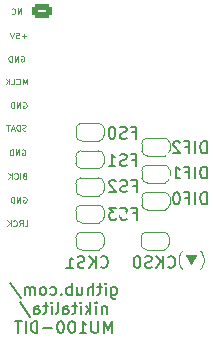
<source format=gbr>
%TF.GenerationSoftware,KiCad,Pcbnew,(6.0.1)*%
%TF.CreationDate,2022-07-06T13:38:45-07:00*%
%TF.ProjectId,mu100-dit,6d753130-302d-4646-9974-2e6b69636164,rev?*%
%TF.SameCoordinates,PX4a25ef0PY4c3f880*%
%TF.FileFunction,Legend,Bot*%
%TF.FilePolarity,Positive*%
%FSLAX46Y46*%
G04 Gerber Fmt 4.6, Leading zero omitted, Abs format (unit mm)*
G04 Created by KiCad (PCBNEW (6.0.1)) date 2022-07-06 13:38:45*
%MOMM*%
%LPD*%
G01*
G04 APERTURE LIST*
G04 Aperture macros list*
%AMRoundRect*
0 Rectangle with rounded corners*
0 $1 Rounding radius*
0 $2 $3 $4 $5 $6 $7 $8 $9 X,Y pos of 4 corners*
0 Add a 4 corners polygon primitive as box body*
4,1,4,$2,$3,$4,$5,$6,$7,$8,$9,$2,$3,0*
0 Add four circle primitives for the rounded corners*
1,1,$1+$1,$2,$3*
1,1,$1+$1,$4,$5*
1,1,$1+$1,$6,$7*
1,1,$1+$1,$8,$9*
0 Add four rect primitives between the rounded corners*
20,1,$1+$1,$2,$3,$4,$5,0*
20,1,$1+$1,$4,$5,$6,$7,0*
20,1,$1+$1,$6,$7,$8,$9,0*
20,1,$1+$1,$8,$9,$2,$3,0*%
%AMFreePoly0*
4,1,13,0.500000,-0.500000,0.000000,-0.500000,-0.095671,-0.480970,-0.176777,-0.426777,-0.230970,-0.345671,-0.250000,-0.250000,-0.250000,0.250000,-0.230970,0.345671,-0.176777,0.426777,-0.095671,0.480970,0.000000,0.500000,0.500000,0.500000,0.500000,-0.500000,0.500000,-0.500000,$1*%
G04 Aperture macros list end*
%ADD10C,0.125000*%
%ADD11C,0.150000*%
%ADD12C,0.100000*%
%ADD13C,0.120000*%
%ADD14RoundRect,0.250000X-0.625000X0.350000X-0.625000X-0.350000X0.625000X-0.350000X0.625000X0.350000X0*%
%ADD15O,1.750000X1.200000*%
%ADD16C,5.700000*%
%ADD17C,3.600000*%
%ADD18C,3.200000*%
%ADD19C,1.524000*%
%ADD20R,1.700000X1.700000*%
%ADD21O,1.700000X1.700000*%
%ADD22FreePoly0,0.000000*%
%ADD23FreePoly0,180.000000*%
%ADD24C,0.800000*%
%ADD25C,0.600000*%
G04 APERTURE END LIST*
D10*
X79260952Y-94372000D02*
X79308571Y-94348190D01*
X79380000Y-94348190D01*
X79451428Y-94372000D01*
X79499047Y-94419619D01*
X79522857Y-94467238D01*
X79546666Y-94562476D01*
X79546666Y-94633904D01*
X79522857Y-94729142D01*
X79499047Y-94776761D01*
X79451428Y-94824380D01*
X79380000Y-94848190D01*
X79332380Y-94848190D01*
X79260952Y-94824380D01*
X79237142Y-94800571D01*
X79237142Y-94633904D01*
X79332380Y-94633904D01*
X79022857Y-94848190D02*
X79022857Y-94348190D01*
X78737142Y-94848190D01*
X78737142Y-94348190D01*
X78499047Y-94848190D02*
X78499047Y-94348190D01*
X78380000Y-94348190D01*
X78308571Y-94372000D01*
X78260952Y-94419619D01*
X78237142Y-94467238D01*
X78213333Y-94562476D01*
X78213333Y-94633904D01*
X78237142Y-94729142D01*
X78260952Y-94776761D01*
X78308571Y-94824380D01*
X78380000Y-94848190D01*
X78499047Y-94848190D01*
X79460952Y-106302000D02*
X79508571Y-106278190D01*
X79580000Y-106278190D01*
X79651428Y-106302000D01*
X79699047Y-106349619D01*
X79722857Y-106397238D01*
X79746666Y-106492476D01*
X79746666Y-106563904D01*
X79722857Y-106659142D01*
X79699047Y-106706761D01*
X79651428Y-106754380D01*
X79580000Y-106778190D01*
X79532380Y-106778190D01*
X79460952Y-106754380D01*
X79437142Y-106730571D01*
X79437142Y-106563904D01*
X79532380Y-106563904D01*
X79222857Y-106778190D02*
X79222857Y-106278190D01*
X78937142Y-106778190D01*
X78937142Y-106278190D01*
X78699047Y-106778190D02*
X78699047Y-106278190D01*
X78580000Y-106278190D01*
X78508571Y-106302000D01*
X78460952Y-106349619D01*
X78437142Y-106397238D01*
X78413333Y-106492476D01*
X78413333Y-106563904D01*
X78437142Y-106659142D01*
X78460952Y-106706761D01*
X78508571Y-106754380D01*
X78580000Y-106778190D01*
X78699047Y-106778190D01*
X79575238Y-108778190D02*
X79813333Y-108778190D01*
X79813333Y-108278190D01*
X79122857Y-108778190D02*
X79289523Y-108540095D01*
X79408571Y-108778190D02*
X79408571Y-108278190D01*
X79218095Y-108278190D01*
X79170476Y-108302000D01*
X79146666Y-108325809D01*
X79122857Y-108373428D01*
X79122857Y-108444857D01*
X79146666Y-108492476D01*
X79170476Y-108516285D01*
X79218095Y-108540095D01*
X79408571Y-108540095D01*
X78622857Y-108730571D02*
X78646666Y-108754380D01*
X78718095Y-108778190D01*
X78765714Y-108778190D01*
X78837142Y-108754380D01*
X78884761Y-108706761D01*
X78908571Y-108659142D01*
X78932380Y-108563904D01*
X78932380Y-108492476D01*
X78908571Y-108397238D01*
X78884761Y-108349619D01*
X78837142Y-108302000D01*
X78765714Y-108278190D01*
X78718095Y-108278190D01*
X78646666Y-108302000D01*
X78622857Y-108325809D01*
X78408571Y-108778190D02*
X78408571Y-108278190D01*
X78122857Y-108778190D02*
X78337142Y-108492476D01*
X78122857Y-108278190D02*
X78408571Y-108563904D01*
D11*
X91722857Y-112209142D02*
X91770476Y-112256761D01*
X91913333Y-112304380D01*
X92008571Y-112304380D01*
X92151428Y-112256761D01*
X92246666Y-112161523D01*
X92294285Y-112066285D01*
X92341904Y-111875809D01*
X92341904Y-111732952D01*
X92294285Y-111542476D01*
X92246666Y-111447238D01*
X92151428Y-111352000D01*
X92008571Y-111304380D01*
X91913333Y-111304380D01*
X91770476Y-111352000D01*
X91722857Y-111399619D01*
X91294285Y-112304380D02*
X91294285Y-111304380D01*
X90722857Y-112304380D02*
X91151428Y-111732952D01*
X90722857Y-111304380D02*
X91294285Y-111875809D01*
X90341904Y-112256761D02*
X90199047Y-112304380D01*
X89960952Y-112304380D01*
X89865714Y-112256761D01*
X89818095Y-112209142D01*
X89770476Y-112113904D01*
X89770476Y-112018666D01*
X89818095Y-111923428D01*
X89865714Y-111875809D01*
X89960952Y-111828190D01*
X90151428Y-111780571D01*
X90246666Y-111732952D01*
X90294285Y-111685333D01*
X90341904Y-111590095D01*
X90341904Y-111494857D01*
X90294285Y-111399619D01*
X90246666Y-111352000D01*
X90151428Y-111304380D01*
X89913333Y-111304380D01*
X89770476Y-111352000D01*
X89151428Y-111304380D02*
X89056190Y-111304380D01*
X88960952Y-111352000D01*
X88913333Y-111399619D01*
X88865714Y-111494857D01*
X88818095Y-111685333D01*
X88818095Y-111923428D01*
X88865714Y-112113904D01*
X88913333Y-112209142D01*
X88960952Y-112256761D01*
X89056190Y-112304380D01*
X89151428Y-112304380D01*
X89246666Y-112256761D01*
X89294285Y-112209142D01*
X89341904Y-112113904D01*
X89389523Y-111923428D01*
X89389523Y-111685333D01*
X89341904Y-111494857D01*
X89294285Y-111399619D01*
X89246666Y-111352000D01*
X89151428Y-111304380D01*
D12*
X94441904Y-112385333D02*
X94489523Y-112337714D01*
X94584761Y-112194857D01*
X94632380Y-112099619D01*
X94680000Y-111956761D01*
X94727619Y-111718666D01*
X94727619Y-111528190D01*
X94680000Y-111290095D01*
X94632380Y-111147238D01*
X94584761Y-111052000D01*
X94489523Y-110909142D01*
X94441904Y-110861523D01*
X93299047Y-111290095D02*
X93299047Y-111242476D01*
X93346666Y-111385333D02*
X93346666Y-111242476D01*
X93394285Y-111480571D02*
X93394285Y-111242476D01*
X93441904Y-111575809D02*
X93441904Y-111242476D01*
X93489523Y-111623428D02*
X93489523Y-111242476D01*
X93537142Y-111718666D02*
X93537142Y-111242476D01*
X93584761Y-111813904D02*
X93584761Y-111242476D01*
X93632380Y-111909142D02*
X93632380Y-111242476D01*
X93680000Y-112004380D02*
X93680000Y-111242476D01*
X93727619Y-111909142D02*
X93727619Y-111242476D01*
X93775238Y-111813904D02*
X93775238Y-111242476D01*
X93822857Y-111718666D02*
X93822857Y-111242476D01*
X93870476Y-111623428D02*
X93870476Y-111242476D01*
X93918095Y-111575809D02*
X93918095Y-111242476D01*
X93965714Y-111480571D02*
X93965714Y-111242476D01*
X94013333Y-111385333D02*
X94013333Y-111242476D01*
X94060952Y-111242476D02*
X93680000Y-111956761D01*
X93299047Y-111242476D01*
X94060952Y-111290095D02*
X94060952Y-111242476D01*
X93680000Y-112004380D02*
X94108571Y-111242476D01*
X93251428Y-111242476D01*
X93680000Y-112004380D01*
X92918095Y-112385333D02*
X92870476Y-112337714D01*
X92775238Y-112194857D01*
X92727619Y-112099619D01*
X92680000Y-111956761D01*
X92632380Y-111718666D01*
X92632380Y-111528190D01*
X92680000Y-111290095D01*
X92727619Y-111147238D01*
X92775238Y-111052000D01*
X92870476Y-110909142D01*
X92918095Y-110861523D01*
D11*
X95004285Y-106904380D02*
X95004285Y-105904380D01*
X94766190Y-105904380D01*
X94623333Y-105952000D01*
X94528095Y-106047238D01*
X94480476Y-106142476D01*
X94432857Y-106332952D01*
X94432857Y-106475809D01*
X94480476Y-106666285D01*
X94528095Y-106761523D01*
X94623333Y-106856761D01*
X94766190Y-106904380D01*
X95004285Y-106904380D01*
X94004285Y-106904380D02*
X94004285Y-105904380D01*
X93194762Y-106380571D02*
X93528095Y-106380571D01*
X93528095Y-106904380D02*
X93528095Y-105904380D01*
X93051904Y-105904380D01*
X92480476Y-105904380D02*
X92385238Y-105904380D01*
X92290000Y-105952000D01*
X92242381Y-105999619D01*
X92194762Y-106094857D01*
X92147143Y-106285333D01*
X92147143Y-106523428D01*
X92194762Y-106713904D01*
X92242381Y-106809142D01*
X92290000Y-106856761D01*
X92385238Y-106904380D01*
X92480476Y-106904380D01*
X92575714Y-106856761D01*
X92623333Y-106809142D01*
X92670952Y-106713904D01*
X92718571Y-106523428D01*
X92718571Y-106285333D01*
X92670952Y-106094857D01*
X92623333Y-105999619D01*
X92575714Y-105952000D01*
X92480476Y-105904380D01*
X95004285Y-102599380D02*
X95004285Y-101599380D01*
X94766190Y-101599380D01*
X94623333Y-101647000D01*
X94528095Y-101742238D01*
X94480476Y-101837476D01*
X94432857Y-102027952D01*
X94432857Y-102170809D01*
X94480476Y-102361285D01*
X94528095Y-102456523D01*
X94623333Y-102551761D01*
X94766190Y-102599380D01*
X95004285Y-102599380D01*
X94004285Y-102599380D02*
X94004285Y-101599380D01*
X93194762Y-102075571D02*
X93528095Y-102075571D01*
X93528095Y-102599380D02*
X93528095Y-101599380D01*
X93051904Y-101599380D01*
X92718571Y-101694619D02*
X92670952Y-101647000D01*
X92575714Y-101599380D01*
X92337619Y-101599380D01*
X92242381Y-101647000D01*
X92194762Y-101694619D01*
X92147143Y-101789857D01*
X92147143Y-101885095D01*
X92194762Y-102027952D01*
X92766190Y-102599380D01*
X92147143Y-102599380D01*
D10*
X79749047Y-96778190D02*
X79749047Y-96278190D01*
X79582380Y-96635333D01*
X79415714Y-96278190D01*
X79415714Y-96778190D01*
X78891904Y-96730571D02*
X78915714Y-96754380D01*
X78987142Y-96778190D01*
X79034761Y-96778190D01*
X79106190Y-96754380D01*
X79153809Y-96706761D01*
X79177619Y-96659142D01*
X79201428Y-96563904D01*
X79201428Y-96492476D01*
X79177619Y-96397238D01*
X79153809Y-96349619D01*
X79106190Y-96302000D01*
X79034761Y-96278190D01*
X78987142Y-96278190D01*
X78915714Y-96302000D01*
X78891904Y-96325809D01*
X78439523Y-96778190D02*
X78677619Y-96778190D01*
X78677619Y-96278190D01*
X78272857Y-96778190D02*
X78272857Y-96278190D01*
X77987142Y-96778190D02*
X78201428Y-96492476D01*
X77987142Y-96278190D02*
X78272857Y-96563904D01*
X79563333Y-104516285D02*
X79491904Y-104540095D01*
X79468095Y-104563904D01*
X79444285Y-104611523D01*
X79444285Y-104682952D01*
X79468095Y-104730571D01*
X79491904Y-104754380D01*
X79539523Y-104778190D01*
X79730000Y-104778190D01*
X79730000Y-104278190D01*
X79563333Y-104278190D01*
X79515714Y-104302000D01*
X79491904Y-104325809D01*
X79468095Y-104373428D01*
X79468095Y-104421047D01*
X79491904Y-104468666D01*
X79515714Y-104492476D01*
X79563333Y-104516285D01*
X79730000Y-104516285D01*
X79230000Y-104778190D02*
X79230000Y-104278190D01*
X78706190Y-104730571D02*
X78730000Y-104754380D01*
X78801428Y-104778190D01*
X78849047Y-104778190D01*
X78920476Y-104754380D01*
X78968095Y-104706761D01*
X78991904Y-104659142D01*
X79015714Y-104563904D01*
X79015714Y-104492476D01*
X78991904Y-104397238D01*
X78968095Y-104349619D01*
X78920476Y-104302000D01*
X78849047Y-104278190D01*
X78801428Y-104278190D01*
X78730000Y-104302000D01*
X78706190Y-104325809D01*
X78491904Y-104778190D02*
X78491904Y-104278190D01*
X78206190Y-104778190D02*
X78420476Y-104492476D01*
X78206190Y-104278190D02*
X78491904Y-104563904D01*
X79360952Y-102302000D02*
X79408571Y-102278190D01*
X79480000Y-102278190D01*
X79551428Y-102302000D01*
X79599047Y-102349619D01*
X79622857Y-102397238D01*
X79646666Y-102492476D01*
X79646666Y-102563904D01*
X79622857Y-102659142D01*
X79599047Y-102706761D01*
X79551428Y-102754380D01*
X79480000Y-102778190D01*
X79432380Y-102778190D01*
X79360952Y-102754380D01*
X79337142Y-102730571D01*
X79337142Y-102563904D01*
X79432380Y-102563904D01*
X79122857Y-102778190D02*
X79122857Y-102278190D01*
X78837142Y-102778190D01*
X78837142Y-102278190D01*
X78599047Y-102778190D02*
X78599047Y-102278190D01*
X78480000Y-102278190D01*
X78408571Y-102302000D01*
X78360952Y-102349619D01*
X78337142Y-102397238D01*
X78313333Y-102492476D01*
X78313333Y-102563904D01*
X78337142Y-102659142D01*
X78360952Y-102706761D01*
X78408571Y-102754380D01*
X78480000Y-102778190D01*
X78599047Y-102778190D01*
D11*
X88729523Y-105350571D02*
X89062857Y-105350571D01*
X89062857Y-105874380D02*
X89062857Y-104874380D01*
X88586666Y-104874380D01*
X88253333Y-105826761D02*
X88110476Y-105874380D01*
X87872380Y-105874380D01*
X87777142Y-105826761D01*
X87729523Y-105779142D01*
X87681904Y-105683904D01*
X87681904Y-105588666D01*
X87729523Y-105493428D01*
X87777142Y-105445809D01*
X87872380Y-105398190D01*
X88062857Y-105350571D01*
X88158095Y-105302952D01*
X88205714Y-105255333D01*
X88253333Y-105160095D01*
X88253333Y-105064857D01*
X88205714Y-104969619D01*
X88158095Y-104922000D01*
X88062857Y-104874380D01*
X87824761Y-104874380D01*
X87681904Y-104922000D01*
X87300952Y-104969619D02*
X87253333Y-104922000D01*
X87158095Y-104874380D01*
X86920000Y-104874380D01*
X86824761Y-104922000D01*
X86777142Y-104969619D01*
X86729523Y-105064857D01*
X86729523Y-105160095D01*
X86777142Y-105302952D01*
X87348571Y-105874380D01*
X86729523Y-105874380D01*
D10*
X79460952Y-98302000D02*
X79508571Y-98278190D01*
X79580000Y-98278190D01*
X79651428Y-98302000D01*
X79699047Y-98349619D01*
X79722857Y-98397238D01*
X79746666Y-98492476D01*
X79746666Y-98563904D01*
X79722857Y-98659142D01*
X79699047Y-98706761D01*
X79651428Y-98754380D01*
X79580000Y-98778190D01*
X79532380Y-98778190D01*
X79460952Y-98754380D01*
X79437142Y-98730571D01*
X79437142Y-98563904D01*
X79532380Y-98563904D01*
X79222857Y-98778190D02*
X79222857Y-98278190D01*
X78937142Y-98778190D01*
X78937142Y-98278190D01*
X78699047Y-98778190D02*
X78699047Y-98278190D01*
X78580000Y-98278190D01*
X78508571Y-98302000D01*
X78460952Y-98349619D01*
X78437142Y-98397238D01*
X78413333Y-98492476D01*
X78413333Y-98563904D01*
X78437142Y-98659142D01*
X78460952Y-98706761D01*
X78508571Y-98754380D01*
X78580000Y-98778190D01*
X78699047Y-98778190D01*
D11*
X86906190Y-113927714D02*
X86906190Y-114737238D01*
X86953809Y-114832476D01*
X87001428Y-114880095D01*
X87096666Y-114927714D01*
X87239523Y-114927714D01*
X87334761Y-114880095D01*
X86906190Y-114546761D02*
X87001428Y-114594380D01*
X87191904Y-114594380D01*
X87287142Y-114546761D01*
X87334761Y-114499142D01*
X87382380Y-114403904D01*
X87382380Y-114118190D01*
X87334761Y-114022952D01*
X87287142Y-113975333D01*
X87191904Y-113927714D01*
X87001428Y-113927714D01*
X86906190Y-113975333D01*
X86430000Y-114594380D02*
X86430000Y-113927714D01*
X86430000Y-113594380D02*
X86477619Y-113642000D01*
X86430000Y-113689619D01*
X86382380Y-113642000D01*
X86430000Y-113594380D01*
X86430000Y-113689619D01*
X86096666Y-113927714D02*
X85715714Y-113927714D01*
X85953809Y-113594380D02*
X85953809Y-114451523D01*
X85906190Y-114546761D01*
X85810952Y-114594380D01*
X85715714Y-114594380D01*
X85382380Y-114594380D02*
X85382380Y-113594380D01*
X84953809Y-114594380D02*
X84953809Y-114070571D01*
X85001428Y-113975333D01*
X85096666Y-113927714D01*
X85239523Y-113927714D01*
X85334761Y-113975333D01*
X85382380Y-114022952D01*
X84049047Y-113927714D02*
X84049047Y-114594380D01*
X84477619Y-113927714D02*
X84477619Y-114451523D01*
X84430000Y-114546761D01*
X84334761Y-114594380D01*
X84191904Y-114594380D01*
X84096666Y-114546761D01*
X84049047Y-114499142D01*
X83572857Y-114594380D02*
X83572857Y-113594380D01*
X83572857Y-113975333D02*
X83477619Y-113927714D01*
X83287142Y-113927714D01*
X83191904Y-113975333D01*
X83144285Y-114022952D01*
X83096666Y-114118190D01*
X83096666Y-114403904D01*
X83144285Y-114499142D01*
X83191904Y-114546761D01*
X83287142Y-114594380D01*
X83477619Y-114594380D01*
X83572857Y-114546761D01*
X82668095Y-114499142D02*
X82620476Y-114546761D01*
X82668095Y-114594380D01*
X82715714Y-114546761D01*
X82668095Y-114499142D01*
X82668095Y-114594380D01*
X81763333Y-114546761D02*
X81858571Y-114594380D01*
X82049047Y-114594380D01*
X82144285Y-114546761D01*
X82191904Y-114499142D01*
X82239523Y-114403904D01*
X82239523Y-114118190D01*
X82191904Y-114022952D01*
X82144285Y-113975333D01*
X82049047Y-113927714D01*
X81858571Y-113927714D01*
X81763333Y-113975333D01*
X81191904Y-114594380D02*
X81287142Y-114546761D01*
X81334761Y-114499142D01*
X81382380Y-114403904D01*
X81382380Y-114118190D01*
X81334761Y-114022952D01*
X81287142Y-113975333D01*
X81191904Y-113927714D01*
X81049047Y-113927714D01*
X80953809Y-113975333D01*
X80906190Y-114022952D01*
X80858571Y-114118190D01*
X80858571Y-114403904D01*
X80906190Y-114499142D01*
X80953809Y-114546761D01*
X81049047Y-114594380D01*
X81191904Y-114594380D01*
X80430000Y-114594380D02*
X80430000Y-113927714D01*
X80430000Y-114022952D02*
X80382380Y-113975333D01*
X80287142Y-113927714D01*
X80144285Y-113927714D01*
X80049047Y-113975333D01*
X80001428Y-114070571D01*
X80001428Y-114594380D01*
X80001428Y-114070571D02*
X79953809Y-113975333D01*
X79858571Y-113927714D01*
X79715714Y-113927714D01*
X79620476Y-113975333D01*
X79572857Y-114070571D01*
X79572857Y-114594380D01*
X78382380Y-113546761D02*
X79239523Y-114832476D01*
X86525238Y-115537714D02*
X86525238Y-116204380D01*
X86525238Y-115632952D02*
X86477619Y-115585333D01*
X86382380Y-115537714D01*
X86239523Y-115537714D01*
X86144285Y-115585333D01*
X86096666Y-115680571D01*
X86096666Y-116204380D01*
X85620476Y-116204380D02*
X85620476Y-115537714D01*
X85620476Y-115204380D02*
X85668095Y-115252000D01*
X85620476Y-115299619D01*
X85572857Y-115252000D01*
X85620476Y-115204380D01*
X85620476Y-115299619D01*
X85144285Y-116204380D02*
X85144285Y-115204380D01*
X85049047Y-115823428D02*
X84763333Y-116204380D01*
X84763333Y-115537714D02*
X85144285Y-115918666D01*
X84334761Y-116204380D02*
X84334761Y-115537714D01*
X84334761Y-115204380D02*
X84382380Y-115252000D01*
X84334761Y-115299619D01*
X84287142Y-115252000D01*
X84334761Y-115204380D01*
X84334761Y-115299619D01*
X84001428Y-115537714D02*
X83620476Y-115537714D01*
X83858571Y-115204380D02*
X83858571Y-116061523D01*
X83810952Y-116156761D01*
X83715714Y-116204380D01*
X83620476Y-116204380D01*
X82858571Y-116204380D02*
X82858571Y-115680571D01*
X82906190Y-115585333D01*
X83001428Y-115537714D01*
X83191904Y-115537714D01*
X83287142Y-115585333D01*
X82858571Y-116156761D02*
X82953809Y-116204380D01*
X83191904Y-116204380D01*
X83287142Y-116156761D01*
X83334761Y-116061523D01*
X83334761Y-115966285D01*
X83287142Y-115871047D01*
X83191904Y-115823428D01*
X82953809Y-115823428D01*
X82858571Y-115775809D01*
X82239523Y-116204380D02*
X82334761Y-116156761D01*
X82382380Y-116061523D01*
X82382380Y-115204380D01*
X81858571Y-116204380D02*
X81858571Y-115537714D01*
X81858571Y-115204380D02*
X81906190Y-115252000D01*
X81858571Y-115299619D01*
X81810952Y-115252000D01*
X81858571Y-115204380D01*
X81858571Y-115299619D01*
X81525238Y-115537714D02*
X81144285Y-115537714D01*
X81382380Y-115204380D02*
X81382380Y-116061523D01*
X81334761Y-116156761D01*
X81239523Y-116204380D01*
X81144285Y-116204380D01*
X80382380Y-116204380D02*
X80382380Y-115680571D01*
X80430000Y-115585333D01*
X80525238Y-115537714D01*
X80715714Y-115537714D01*
X80810952Y-115585333D01*
X80382380Y-116156761D02*
X80477619Y-116204380D01*
X80715714Y-116204380D01*
X80810952Y-116156761D01*
X80858571Y-116061523D01*
X80858571Y-115966285D01*
X80810952Y-115871047D01*
X80715714Y-115823428D01*
X80477619Y-115823428D01*
X80382380Y-115775809D01*
X79191904Y-115156761D02*
X80049047Y-116442476D01*
X86953809Y-117814380D02*
X86953809Y-116814380D01*
X86620476Y-117528666D01*
X86287142Y-116814380D01*
X86287142Y-117814380D01*
X85810952Y-116814380D02*
X85810952Y-117623904D01*
X85763333Y-117719142D01*
X85715714Y-117766761D01*
X85620476Y-117814380D01*
X85430000Y-117814380D01*
X85334761Y-117766761D01*
X85287142Y-117719142D01*
X85239523Y-117623904D01*
X85239523Y-116814380D01*
X84239523Y-117814380D02*
X84810952Y-117814380D01*
X84525238Y-117814380D02*
X84525238Y-116814380D01*
X84620476Y-116957238D01*
X84715714Y-117052476D01*
X84810952Y-117100095D01*
X83620476Y-116814380D02*
X83525238Y-116814380D01*
X83430000Y-116862000D01*
X83382380Y-116909619D01*
X83334761Y-117004857D01*
X83287142Y-117195333D01*
X83287142Y-117433428D01*
X83334761Y-117623904D01*
X83382380Y-117719142D01*
X83430000Y-117766761D01*
X83525238Y-117814380D01*
X83620476Y-117814380D01*
X83715714Y-117766761D01*
X83763333Y-117719142D01*
X83810952Y-117623904D01*
X83858571Y-117433428D01*
X83858571Y-117195333D01*
X83810952Y-117004857D01*
X83763333Y-116909619D01*
X83715714Y-116862000D01*
X83620476Y-116814380D01*
X82668095Y-116814380D02*
X82572857Y-116814380D01*
X82477619Y-116862000D01*
X82430000Y-116909619D01*
X82382380Y-117004857D01*
X82334761Y-117195333D01*
X82334761Y-117433428D01*
X82382380Y-117623904D01*
X82430000Y-117719142D01*
X82477619Y-117766761D01*
X82572857Y-117814380D01*
X82668095Y-117814380D01*
X82763333Y-117766761D01*
X82810952Y-117719142D01*
X82858571Y-117623904D01*
X82906190Y-117433428D01*
X82906190Y-117195333D01*
X82858571Y-117004857D01*
X82810952Y-116909619D01*
X82763333Y-116862000D01*
X82668095Y-116814380D01*
X81906190Y-117433428D02*
X81144285Y-117433428D01*
X80668095Y-117814380D02*
X80668095Y-116814380D01*
X80430000Y-116814380D01*
X80287142Y-116862000D01*
X80191904Y-116957238D01*
X80144285Y-117052476D01*
X80096666Y-117242952D01*
X80096666Y-117385809D01*
X80144285Y-117576285D01*
X80191904Y-117671523D01*
X80287142Y-117766761D01*
X80430000Y-117814380D01*
X80668095Y-117814380D01*
X79668095Y-117814380D02*
X79668095Y-116814380D01*
X79334761Y-116814380D02*
X78763333Y-116814380D01*
X79049047Y-117814380D02*
X79049047Y-116814380D01*
X88689523Y-100840571D02*
X89022857Y-100840571D01*
X89022857Y-101364380D02*
X89022857Y-100364380D01*
X88546666Y-100364380D01*
X88213333Y-101316761D02*
X88070476Y-101364380D01*
X87832380Y-101364380D01*
X87737142Y-101316761D01*
X87689523Y-101269142D01*
X87641904Y-101173904D01*
X87641904Y-101078666D01*
X87689523Y-100983428D01*
X87737142Y-100935809D01*
X87832380Y-100888190D01*
X88022857Y-100840571D01*
X88118095Y-100792952D01*
X88165714Y-100745333D01*
X88213333Y-100650095D01*
X88213333Y-100554857D01*
X88165714Y-100459619D01*
X88118095Y-100412000D01*
X88022857Y-100364380D01*
X87784761Y-100364380D01*
X87641904Y-100412000D01*
X87022857Y-100364380D02*
X86927619Y-100364380D01*
X86832380Y-100412000D01*
X86784761Y-100459619D01*
X86737142Y-100554857D01*
X86689523Y-100745333D01*
X86689523Y-100983428D01*
X86737142Y-101173904D01*
X86784761Y-101269142D01*
X86832380Y-101316761D01*
X86927619Y-101364380D01*
X87022857Y-101364380D01*
X87118095Y-101316761D01*
X87165714Y-101269142D01*
X87213333Y-101173904D01*
X87260952Y-100983428D01*
X87260952Y-100745333D01*
X87213333Y-100554857D01*
X87165714Y-100459619D01*
X87118095Y-100412000D01*
X87022857Y-100364380D01*
D10*
X79677619Y-100654380D02*
X79606190Y-100678190D01*
X79487142Y-100678190D01*
X79439523Y-100654380D01*
X79415714Y-100630571D01*
X79391904Y-100582952D01*
X79391904Y-100535333D01*
X79415714Y-100487714D01*
X79439523Y-100463904D01*
X79487142Y-100440095D01*
X79582380Y-100416285D01*
X79630000Y-100392476D01*
X79653809Y-100368666D01*
X79677619Y-100321047D01*
X79677619Y-100273428D01*
X79653809Y-100225809D01*
X79630000Y-100202000D01*
X79582380Y-100178190D01*
X79463333Y-100178190D01*
X79391904Y-100202000D01*
X79177619Y-100678190D02*
X79177619Y-100178190D01*
X79058571Y-100178190D01*
X78987142Y-100202000D01*
X78939523Y-100249619D01*
X78915714Y-100297238D01*
X78891904Y-100392476D01*
X78891904Y-100463904D01*
X78915714Y-100559142D01*
X78939523Y-100606761D01*
X78987142Y-100654380D01*
X79058571Y-100678190D01*
X79177619Y-100678190D01*
X78701428Y-100535333D02*
X78463333Y-100535333D01*
X78749047Y-100678190D02*
X78582380Y-100178190D01*
X78415714Y-100678190D01*
X78320476Y-100178190D02*
X78034761Y-100178190D01*
X78177619Y-100678190D02*
X78177619Y-100178190D01*
X79722857Y-92687714D02*
X79341904Y-92687714D01*
X79532380Y-92878190D02*
X79532380Y-92497238D01*
X78865714Y-92378190D02*
X79103809Y-92378190D01*
X79127619Y-92616285D01*
X79103809Y-92592476D01*
X79056190Y-92568666D01*
X78937142Y-92568666D01*
X78889523Y-92592476D01*
X78865714Y-92616285D01*
X78841904Y-92663904D01*
X78841904Y-92782952D01*
X78865714Y-92830571D01*
X78889523Y-92854380D01*
X78937142Y-92878190D01*
X79056190Y-92878190D01*
X79103809Y-92854380D01*
X79127619Y-92830571D01*
X78699047Y-92378190D02*
X78532380Y-92878190D01*
X78365714Y-92378190D01*
X79282857Y-90826190D02*
X79282857Y-90326190D01*
X78997142Y-90826190D01*
X78997142Y-90326190D01*
X78473333Y-90778571D02*
X78497142Y-90802380D01*
X78568571Y-90826190D01*
X78616190Y-90826190D01*
X78687619Y-90802380D01*
X78735238Y-90754761D01*
X78759047Y-90707142D01*
X78782857Y-90611904D01*
X78782857Y-90540476D01*
X78759047Y-90445238D01*
X78735238Y-90397619D01*
X78687619Y-90350000D01*
X78616190Y-90326190D01*
X78568571Y-90326190D01*
X78497142Y-90350000D01*
X78473333Y-90373809D01*
D11*
X95004285Y-104729380D02*
X95004285Y-103729380D01*
X94766190Y-103729380D01*
X94623333Y-103777000D01*
X94528095Y-103872238D01*
X94480476Y-103967476D01*
X94432857Y-104157952D01*
X94432857Y-104300809D01*
X94480476Y-104491285D01*
X94528095Y-104586523D01*
X94623333Y-104681761D01*
X94766190Y-104729380D01*
X95004285Y-104729380D01*
X94004285Y-104729380D02*
X94004285Y-103729380D01*
X93194762Y-104205571D02*
X93528095Y-104205571D01*
X93528095Y-104729380D02*
X93528095Y-103729380D01*
X93051904Y-103729380D01*
X92147143Y-104729380D02*
X92718571Y-104729380D01*
X92432857Y-104729380D02*
X92432857Y-103729380D01*
X92528095Y-103872238D01*
X92623333Y-103967476D01*
X92718571Y-104015095D01*
X88719523Y-107690571D02*
X89052857Y-107690571D01*
X89052857Y-108214380D02*
X89052857Y-107214380D01*
X88576666Y-107214380D01*
X88243333Y-108166761D02*
X88100476Y-108214380D01*
X87862380Y-108214380D01*
X87767142Y-108166761D01*
X87719523Y-108119142D01*
X87671904Y-108023904D01*
X87671904Y-107928666D01*
X87719523Y-107833428D01*
X87767142Y-107785809D01*
X87862380Y-107738190D01*
X88052857Y-107690571D01*
X88148095Y-107642952D01*
X88195714Y-107595333D01*
X88243333Y-107500095D01*
X88243333Y-107404857D01*
X88195714Y-107309619D01*
X88148095Y-107262000D01*
X88052857Y-107214380D01*
X87814761Y-107214380D01*
X87671904Y-107262000D01*
X87338571Y-107214380D02*
X86719523Y-107214380D01*
X87052857Y-107595333D01*
X86910000Y-107595333D01*
X86814761Y-107642952D01*
X86767142Y-107690571D01*
X86719523Y-107785809D01*
X86719523Y-108023904D01*
X86767142Y-108119142D01*
X86814761Y-108166761D01*
X86910000Y-108214380D01*
X87195714Y-108214380D01*
X87290952Y-108166761D01*
X87338571Y-108119142D01*
X86022857Y-112209142D02*
X86070476Y-112256761D01*
X86213333Y-112304380D01*
X86308571Y-112304380D01*
X86451428Y-112256761D01*
X86546666Y-112161523D01*
X86594285Y-112066285D01*
X86641904Y-111875809D01*
X86641904Y-111732952D01*
X86594285Y-111542476D01*
X86546666Y-111447238D01*
X86451428Y-111352000D01*
X86308571Y-111304380D01*
X86213333Y-111304380D01*
X86070476Y-111352000D01*
X86022857Y-111399619D01*
X85594285Y-112304380D02*
X85594285Y-111304380D01*
X85022857Y-112304380D02*
X85451428Y-111732952D01*
X85022857Y-111304380D02*
X85594285Y-111875809D01*
X84641904Y-112256761D02*
X84499047Y-112304380D01*
X84260952Y-112304380D01*
X84165714Y-112256761D01*
X84118095Y-112209142D01*
X84070476Y-112113904D01*
X84070476Y-112018666D01*
X84118095Y-111923428D01*
X84165714Y-111875809D01*
X84260952Y-111828190D01*
X84451428Y-111780571D01*
X84546666Y-111732952D01*
X84594285Y-111685333D01*
X84641904Y-111590095D01*
X84641904Y-111494857D01*
X84594285Y-111399619D01*
X84546666Y-111352000D01*
X84451428Y-111304380D01*
X84213333Y-111304380D01*
X84070476Y-111352000D01*
X83118095Y-112304380D02*
X83689523Y-112304380D01*
X83403809Y-112304380D02*
X83403809Y-111304380D01*
X83499047Y-111447238D01*
X83594285Y-111542476D01*
X83689523Y-111590095D01*
X88689523Y-103140571D02*
X89022857Y-103140571D01*
X89022857Y-103664380D02*
X89022857Y-102664380D01*
X88546666Y-102664380D01*
X88213333Y-103616761D02*
X88070476Y-103664380D01*
X87832380Y-103664380D01*
X87737142Y-103616761D01*
X87689523Y-103569142D01*
X87641904Y-103473904D01*
X87641904Y-103378666D01*
X87689523Y-103283428D01*
X87737142Y-103235809D01*
X87832380Y-103188190D01*
X88022857Y-103140571D01*
X88118095Y-103092952D01*
X88165714Y-103045333D01*
X88213333Y-102950095D01*
X88213333Y-102854857D01*
X88165714Y-102759619D01*
X88118095Y-102712000D01*
X88022857Y-102664380D01*
X87784761Y-102664380D01*
X87641904Y-102712000D01*
X86689523Y-103664380D02*
X87260952Y-103664380D01*
X86975238Y-103664380D02*
X86975238Y-102664380D01*
X87070476Y-102807238D01*
X87165714Y-102902476D01*
X87260952Y-102950095D01*
D13*
%TO.C,JP3*%
X83920000Y-105172000D02*
X83920000Y-105772000D01*
X84410000Y-106182000D02*
X85870000Y-106182000D01*
X85810000Y-104682000D02*
X84330000Y-104682000D01*
X86297060Y-105689661D02*
X86297060Y-105089661D01*
X85889342Y-106177081D02*
G75*
G03*
X86299342Y-105687081I-72338J477059D01*
G01*
X84327718Y-104684580D02*
G75*
G03*
X83917718Y-105174580I72338J-477059D01*
G01*
X86297060Y-105089661D02*
G75*
G03*
X85807060Y-104679661I-477059J-72338D01*
G01*
X83920000Y-105772000D02*
G75*
G03*
X84410000Y-106182000I477059J72338D01*
G01*
%TO.C,JP9*%
X85810000Y-109272000D02*
X84330000Y-109272000D01*
X84410000Y-110772000D02*
X85870000Y-110772000D01*
X86297060Y-110279661D02*
X86297060Y-109679661D01*
X83920000Y-109762000D02*
X83920000Y-110362000D01*
X86297060Y-109679661D02*
G75*
G03*
X85807060Y-109269661I-477059J-72338D01*
G01*
X85889342Y-110767081D02*
G75*
G03*
X86299342Y-110277081I-72338J477059D01*
G01*
X84327718Y-109274580D02*
G75*
G03*
X83917718Y-109764580I72338J-477059D01*
G01*
X83920000Y-110362000D02*
G75*
G03*
X84410000Y-110772000I477059J72338D01*
G01*
%TO.C,JP2*%
X84410000Y-103887000D02*
X85870000Y-103887000D01*
X86297060Y-103394661D02*
X86297060Y-102794661D01*
X85810000Y-102387000D02*
X84330000Y-102387000D01*
X83920000Y-102877000D02*
X83920000Y-103477000D01*
X86297060Y-102794661D02*
G75*
G03*
X85807060Y-102384661I-477059J-72338D01*
G01*
X83920000Y-103477000D02*
G75*
G03*
X84410000Y-103887000I477059J72338D01*
G01*
X85889342Y-103882081D02*
G75*
G03*
X86299342Y-103392081I-72338J477059D01*
G01*
X84327718Y-102389580D02*
G75*
G03*
X83917718Y-102879580I72338J-477059D01*
G01*
%TO.C,JP7*%
X91380000Y-101307000D02*
X89900000Y-101307000D01*
X91867060Y-102314661D02*
X91867060Y-101714661D01*
X89490000Y-101797000D02*
X89490000Y-102397000D01*
X89980000Y-102807000D02*
X91440000Y-102807000D01*
X89897718Y-101309580D02*
G75*
G03*
X89487718Y-101799580I72338J-477059D01*
G01*
X89490000Y-102397000D02*
G75*
G03*
X89980000Y-102807000I477059J72338D01*
G01*
X91459342Y-102802081D02*
G75*
G03*
X91869342Y-102312081I-72338J477059D01*
G01*
X91867060Y-101714661D02*
G75*
G03*
X91377060Y-101304661I-477059J-72338D01*
G01*
%TO.C,JP1*%
X84410000Y-101562000D02*
X85870000Y-101562000D01*
X86297060Y-101069661D02*
X86297060Y-100469661D01*
X83920000Y-100552000D02*
X83920000Y-101152000D01*
X85810000Y-100062000D02*
X84330000Y-100062000D01*
X84327718Y-100064580D02*
G75*
G03*
X83917718Y-100554580I72338J-477059D01*
G01*
X86297060Y-100469661D02*
G75*
G03*
X85807060Y-100059661I-477059J-72338D01*
G01*
X83920000Y-101152000D02*
G75*
G03*
X84410000Y-101562000I477059J72338D01*
G01*
X85889342Y-101557081D02*
G75*
G03*
X86299342Y-101067081I-72338J477059D01*
G01*
%TO.C,JP6*%
X89980000Y-105102000D02*
X91440000Y-105102000D01*
X89490000Y-104092000D02*
X89490000Y-104692000D01*
X91867060Y-104609661D02*
X91867060Y-104009661D01*
X91380000Y-103602000D02*
X89900000Y-103602000D01*
X89490000Y-104692000D02*
G75*
G03*
X89980000Y-105102000I477059J72338D01*
G01*
X91867060Y-104009661D02*
G75*
G03*
X91377060Y-103599661I-477059J-72338D01*
G01*
X91459342Y-105097081D02*
G75*
G03*
X91869342Y-104607081I-72338J477059D01*
G01*
X89897718Y-103604580D02*
G75*
G03*
X89487718Y-104094580I72338J-477059D01*
G01*
%TO.C,JP8*%
X89440000Y-109762000D02*
X89440000Y-110362000D01*
X91817060Y-110279661D02*
X91817060Y-109679661D01*
X91330000Y-109272000D02*
X89850000Y-109272000D01*
X89930000Y-110772000D02*
X91390000Y-110772000D01*
X89847718Y-109274580D02*
G75*
G03*
X89437718Y-109764580I72338J-477059D01*
G01*
X89440000Y-110362000D02*
G75*
G03*
X89930000Y-110772000I477059J72338D01*
G01*
X91409342Y-110767081D02*
G75*
G03*
X91819342Y-110277081I-72338J477059D01*
G01*
X91817060Y-109679661D02*
G75*
G03*
X91327060Y-109269661I-477059J-72338D01*
G01*
%TO.C,JP5*%
X89490000Y-106387000D02*
X89490000Y-106987000D01*
X91380000Y-105897000D02*
X89900000Y-105897000D01*
X89980000Y-107397000D02*
X91440000Y-107397000D01*
X91867060Y-106904661D02*
X91867060Y-106304661D01*
X89897718Y-105899580D02*
G75*
G03*
X89487718Y-106389580I72338J-477059D01*
G01*
X91459342Y-107392081D02*
G75*
G03*
X91869342Y-106902081I-72338J477059D01*
G01*
X91867060Y-106304661D02*
G75*
G03*
X91377060Y-105894661I-477059J-72338D01*
G01*
X89490000Y-106987000D02*
G75*
G03*
X89980000Y-107397000I477059J72338D01*
G01*
%TO.C,JP4*%
X83920000Y-107467000D02*
X83920000Y-108067000D01*
X84410000Y-108477000D02*
X85870000Y-108477000D01*
X85810000Y-106977000D02*
X84330000Y-106977000D01*
X86297060Y-107984661D02*
X86297060Y-107384661D01*
X83920000Y-108067000D02*
G75*
G03*
X84410000Y-108477000I477059J72338D01*
G01*
X84327718Y-106979580D02*
G75*
G03*
X83917718Y-107469580I72338J-477059D01*
G01*
X85889342Y-108472081D02*
G75*
G03*
X86299342Y-107982081I-72338J477059D01*
G01*
X86297060Y-107384661D02*
G75*
G03*
X85807060Y-106974661I-477059J-72338D01*
G01*
%TD*%
%LPC*%
D14*
%TO.C,J1*%
X81030000Y-90572000D03*
D15*
X81030000Y-92572000D03*
X81030000Y-94572000D03*
X81030000Y-96572000D03*
X81030000Y-98572000D03*
X81030000Y-100572000D03*
X81030000Y-102572000D03*
X81030000Y-104572000D03*
X81030000Y-106572000D03*
X81030000Y-108572000D03*
%TD*%
D16*
%TO.C,H1*%
X91350000Y-83452000D03*
D17*
X91350000Y-83452000D03*
%TD*%
D18*
%TO.C,U1*%
X90430000Y-89992000D03*
X90430000Y-97612000D03*
D19*
X86620000Y-91262000D03*
X86620000Y-93802000D03*
X86620000Y-96342000D03*
%TD*%
D16*
%TO.C,H2*%
X91350000Y-116452000D03*
D17*
X91350000Y-116452000D03*
%TD*%
D20*
%TO.C,J2*%
X80910000Y-85675000D03*
D21*
X80910000Y-83135000D03*
%TD*%
D22*
%TO.C,JP3*%
X84460000Y-105442000D03*
D23*
X85760000Y-105442000D03*
%TD*%
D22*
%TO.C,JP9*%
X84460000Y-110032000D03*
D23*
X85760000Y-110032000D03*
%TD*%
D22*
%TO.C,JP2*%
X84460000Y-103147000D03*
D23*
X85760000Y-103147000D03*
%TD*%
D22*
%TO.C,JP7*%
X90030000Y-102067000D03*
D23*
X91330000Y-102067000D03*
%TD*%
D22*
%TO.C,JP1*%
X84460000Y-100822000D03*
D23*
X85760000Y-100822000D03*
%TD*%
D22*
%TO.C,JP6*%
X90030000Y-104362000D03*
D23*
X91330000Y-104362000D03*
%TD*%
D22*
%TO.C,JP8*%
X89980000Y-110032000D03*
D23*
X91280000Y-110032000D03*
%TD*%
D22*
%TO.C,JP5*%
X90030000Y-106657000D03*
D23*
X91330000Y-106657000D03*
%TD*%
D22*
%TO.C,JP4*%
X84460000Y-107737000D03*
D23*
X85760000Y-107737000D03*
%TD*%
D24*
X83550000Y-87826000D03*
X87200000Y-99282000D03*
X82850000Y-94882000D03*
X84060000Y-92542000D03*
X89070000Y-95352000D03*
X84970000Y-98752000D03*
X89130000Y-92702000D03*
D25*
X83260000Y-111322000D03*
X84016400Y-104137200D03*
X87889978Y-106829600D03*
X87877200Y-107744000D03*
X87885439Y-108751761D03*
X87877200Y-109674400D03*
X91230000Y-105585000D03*
X92037242Y-104738927D03*
X91839600Y-102841800D03*
X90925200Y-109003500D03*
X91915800Y-108379000D03*
M02*

</source>
